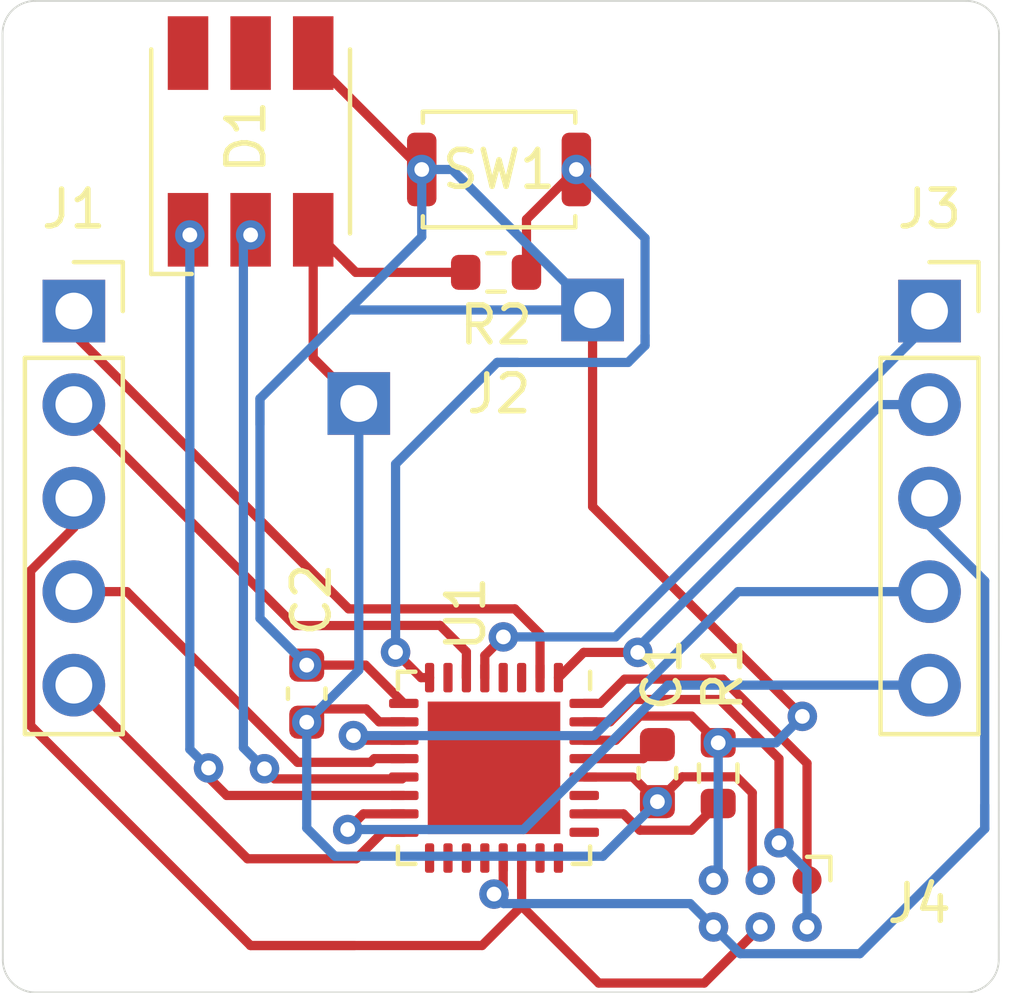
<source format=kicad_pcb>
(kicad_pcb (version 20210228) (generator pcbnew)
  (layers (0 "F.Cu" signal) (31 "B.Cu" signal) (34 "B.Paste" user) (35 "F.Paste" user) (36 "B.SilkS" user "B.Silkscreen") (37 "F.SilkS" user "F.Silkscreen") (38 "B.Mask" user) (39 "F.Mask" user) (44 "Edge.Cuts" user))
  (net 0 "")
  (net 1 "GND")
  (net 2 "Net-(C1-Pad1)")
  (net 3 "+3V3")
  (net 4 "Net-(D1-Pad2)")
  (net 5 "Net-(D1-Pad1)")
  (net 6 "/I5")
  (net 7 "/I4")
  (net 8 "/I3")
  (net 9 "/I2")
  (net 10 "/I1")
  (net 11 "/O5")
  (net 12 "/O4")
  (net 13 "/O3")
  (net 14 "/O2")
  (net 15 "/O1")
  (net 16 "/SWC")
  (net 17 "/SWD")
  (net 18 "/RESET")
  (net 19 "/Mode_SW")
  (footprint "LED_SMD:LED_RGB_5050-6" (layer "F.Cu") (at 98.806 59.944 90)
    (fp_text reference "D1" (at 0.127 -0.127 270) (layer "F.SilkS"))
    (fp_text value "APA102")
    (fp_line (start -3.6 -2.7) (end 2.5 -2.7) (layer "F.SilkS") (width 0.12))
    (fp_line (start 2.5 2.7) (end -2.5 2.7) (layer "F.SilkS") (width 0.12))
    (fp_line (start -3.6 -1.6) (end -3.6 -2.7) (layer "F.SilkS") (width 0.12))
    (pad "1" smd rect (at -2.4 -1.7 180) (size 1.1 2) (layers "F.Cu" "F.Paste" "F.Mask") (net 5 "Net-(D1-Pad1)"))
    (pad "2" smd rect (at -2.4 0 180) (size 1.1 2) (layers "F.Cu" "F.Paste" "F.Mask") (net 4 "Net-(D1-Pad2)"))
    (pad "3" smd rect (at -2.4 1.7 180) (size 1.1 2) (layers "F.Cu" "F.Paste" "F.Mask") (net 1 "GND"))
    (pad "4" smd rect (at 2.4 1.7 180) (size 1.1 2) (layers "F.Cu" "F.Paste" "F.Mask") (net 3 "+3V3"))
    (pad "5" smd rect (at 2.4 0 180) (size 1.1 2) (layers "F.Cu" "F.Paste" "F.Mask"))
    (pad "6" smd rect (at 2.4 -1.7 180) (size 1.1 2) (layers "F.Cu" "F.Paste" "F.Mask"))
  )
  (footprint "Connector:Tag-Connect_TC2030-IDC-NL_2x03_P1.27mm_Vertical" (layer "F.Cu") (at 112.649 80.645 180)
    (fp_text reference "J4" (at -4.318 0) (layer "F.SilkS"))
    (fp_text value "Prog")
    (fp_line (start -1.905 1.27) (end -1.905 0.635) (layer "F.SilkS") (width 0.12))
    (fp_line (start -1.27 1.27) (end -1.905 1.27) (layer "F.SilkS") (width 0.12))
    (pad "" np_thru_hole circle (at 2.54 1.016 180) (size 0.9906 0.9906) (drill 0.9906) (layers *.Cu *.Mask))
    (pad "" np_thru_hole circle (at -2.54 0 180) (size 0.9906 0.9906) (drill 0.9906) (layers *.Cu *.Mask))
    (pad "" np_thru_hole circle (at 2.54 -1.016 180) (size 0.9906 0.9906) (drill 0.9906) (layers *.Cu *.Mask))
    (pad "1" connect circle (at -1.27 0.635 180) (size 0.7874 0.7874) (layers "F.Cu" "F.Mask") (net 17 "/SWD"))
    (pad "2" connect circle (at -1.27 -0.635 180) (size 0.7874 0.7874) (layers "F.Cu" "F.Mask") (net 16 "/SWC"))
    (pad "3" connect circle (at 0 0.635 180) (size 0.7874 0.7874) (layers "F.Cu" "F.Mask") (net 1 "GND"))
    (pad "4" connect circle (at 0 -0.635 180) (size 0.7874 0.7874) (layers "F.Cu" "F.Mask") (net 8 "/I3"))
    (pad "5" connect circle (at 1.27 0.635 180) (size 0.7874 0.7874) (layers "F.Cu" "F.Mask") (net 3 "+3V3"))
    (pad "6" connect circle (at 1.27 -0.635 180) (size 0.7874 0.7874) (layers "F.Cu" "F.Mask") (net 13 "/O3"))
  )
  (footprint "Connector_PinSocket_2.54mm:PinSocket_1x05_P2.54mm_Vertical" (layer "F.Cu") (at 117.246 64.552)
    (fp_text reference "J3" (at 0 -2.77) (layer "F.SilkS"))
    (fp_text value "Output")
    (fp_line (start -1.33 1.27) (end 1.33 1.27) (layer "F.SilkS") (width 0.12))
    (fp_line (start 0 -1.33) (end 1.33 -1.33) (layer "F.SilkS") (width 0.12))
    (fp_line (start 1.33 -1.33) (end 1.33 0) (layer "F.SilkS") (width 0.12))
    (fp_line (start -1.33 1.27) (end -1.33 11.49) (layer "F.SilkS") (width 0.12))
    (fp_line (start 1.33 1.27) (end 1.33 11.49) (layer "F.SilkS") (width 0.12))
    (fp_line (start -1.33 11.49) (end 1.33 11.49) (layer "F.SilkS") (width 0.12))
    (pad "1" thru_hole rect (at 0 0) (size 1.7 1.7) (drill 1) (layers *.Cu *.Mask) (net 15 "/O1"))
    (pad "2" thru_hole oval (at 0 2.54) (size 1.7 1.7) (drill 1) (layers *.Cu *.Mask) (net 14 "/O2"))
    (pad "3" thru_hole oval (at 0 5.08) (size 1.7 1.7) (drill 1) (layers *.Cu *.Mask) (net 13 "/O3"))
    (pad "4" thru_hole oval (at 0 7.62) (size 1.7 1.7) (drill 1) (layers *.Cu *.Mask) (net 12 "/O4"))
    (pad "5" thru_hole oval (at 0 10.16) (size 1.7 1.7) (drill 1) (layers *.Cu *.Mask) (net 11 "/O5"))
  )
  (footprint "Capacitor_SMD:C_0603_1608Metric" (layer "F.Cu") (at 109.855 77.102 -90)
    (fp_text reference "C1" (at -2.68 -0.127 90) (layer "F.SilkS"))
    (fp_text value "1uF")
    (fp_line (start -0.14058 0.51) (end 0.14058 0.51) (layer "F.SilkS") (width 0.12))
    (fp_line (start -0.14058 -0.51) (end 0.14058 -0.51) (layer "F.SilkS") (width 0.12))
    (pad "1" smd roundrect (at -0.775 0 270) (size 0.9 0.95) (layers "F.Cu" "F.Paste" "F.Mask") (net 2 "Net-(C1-Pad1)"))
    (pad "2" smd roundrect (at 0.775 0 270) (size 0.9 0.95) (layers "F.Cu" "F.Paste" "F.Mask") (net 1 "GND"))
  )
  (footprint "Button_Switch_SMD:SW_Push_SPST_NO_Alps_SKRK" (layer "F.Cu") (at 105.554 60.706)
    (fp_text reference "SW1" (at 0 0) (layer "F.SilkS"))
    (fp_text value "Mode")
    (fp_line (start -2.07 -1.57) (end 2.07 -1.57) (layer "F.SilkS") (width 0.12))
    (fp_line (start 2.07 1.57) (end -2.07 1.57) (layer "F.SilkS") (width 0.12))
    (fp_line (start -2.07 1.57) (end -2.07 1.27) (layer "F.SilkS") (width 0.12))
    (fp_line (start 2.07 -1.57) (end 2.07 -1.27) (layer "F.SilkS") (width 0.12))
    (fp_line (start 2.07 1.27) (end 2.07 1.57) (layer "F.SilkS") (width 0.12))
    (fp_line (start -2.07 -1.27) (end -2.07 -1.57) (layer "F.SilkS") (width 0.12))
    (pad "1" smd roundrect (at -2.1 0) (size 0.8 2) (layers "F.Cu" "F.Paste" "F.Mask") (net 3 "+3V3"))
    (pad "2" smd roundrect (at 2.1 0) (size 0.8 2) (layers "F.Cu" "F.Paste" "F.Mask") (net 19 "/Mode_SW"))
  )
  (footprint "Resistor_SMD:R_0603_1608Metric" (layer "F.Cu") (at 111.506 77.102 -90)
    (fp_text reference "R1" (at -2.68 -0.127 90) (layer "F.SilkS"))
    (fp_text value "10k")
    (fp_line (start -0.237258 0.5225) (end 0.237258 0.5225) (layer "F.SilkS") (width 0.12))
    (fp_line (start -0.237258 -0.5225) (end 0.237258 -0.5225) (layer "F.SilkS") (width 0.12))
    (pad "1" smd roundrect (at -0.825 0 270) (size 0.8 0.95) (layers "F.Cu" "F.Paste" "F.Mask") (net 3 "+3V3"))
    (pad "2" smd roundrect (at 0.825 0 270) (size 0.8 0.95) (layers "F.Cu" "F.Paste" "F.Mask") (net 18 "/RESET"))
  )
  (footprint "Capacitor_SMD:C_0603_1608Metric" (layer "F.Cu") (at 100.33 74.943 90)
    (fp_text reference "C2" (at 2.553 0.127 90) (layer "F.SilkS"))
    (fp_text value "10uF")
    (fp_line (start -0.14058 0.51) (end 0.14058 0.51) (layer "F.SilkS") (width 0.12))
    (fp_line (start -0.14058 -0.51) (end 0.14058 -0.51) (layer "F.SilkS") (width 0.12))
    (pad "1" smd roundrect (at -0.775 0 90) (size 0.9 0.95) (layers "F.Cu" "F.Paste" "F.Mask") (net 1 "GND"))
    (pad "2" smd roundrect (at 0.775 0 90) (size 0.9 0.95) (layers "F.Cu" "F.Paste" "F.Mask") (net 3 "+3V3"))
  )
  (footprint "Package_DFN_QFN:QFN-32-1EP_5x5mm_P0.5mm_EP3.6x3.6mm" (layer "F.Cu") (at 105.417 76.958 -90)
    (fp_text reference "U1" (at -4.187 0.769 90) (layer "F.SilkS"))
    (fp_text value "ATSAMD21E18A-M")
    (fp_line (start 2.135 2.61) (end 2.61 2.61) (layer "F.SilkS") (width 0.12))
    (fp_line (start -2.61 2.61) (end -2.61 2.135) (layer "F.SilkS") (width 0.12))
    (fp_line (start 2.135 -2.61) (end 2.61 -2.61) (layer "F.SilkS") (width 0.12))
    (fp_line (start 2.61 -2.61) (end 2.61 -2.135) (layer "F.SilkS") (width 0.12))
    (fp_line (start -2.135 2.61) (end -2.61 2.61) (layer "F.SilkS") (width 0.12))
    (fp_line (start 2.61 2.61) (end 2.61 2.135) (layer "F.SilkS") (width 0.12))
    (fp_line (start -2.135 -2.61) (end -2.61 -2.61) (layer "F.SilkS") (width 0.12))
    (pad "1" smd roundrect (at -2.45 -1.75 270) (size 0.8 0.25) (layers "F.Cu" "F.Paste" "F.Mask") (net 14 "/O2"))
    (pad "2" smd roundrect (at -2.45 -1.25 270) (size 0.8 0.25) (layers "F.Cu" "F.Paste" "F.Mask") (net 10 "/I1"))
    (pad "3" smd roundrect (at -2.45 -0.75 270) (size 0.8 0.25) (layers "F.Cu" "F.Paste" "F.Mask"))
    (pad "4" smd roundrect (at -2.45 -0.25 270) (size 0.8 0.25) (layers "F.Cu" "F.Paste" "F.Mask"))
    (pad "5" smd roundrect (at -2.45 0.25 270) (size 0.8 0.25) (layers "F.Cu" "F.Paste" "F.Mask") (net 15 "/O1"))
    (pad "6" smd roundrect (at -2.45 0.75 270) (size 0.8 0.25) (layers "F.Cu" "F.Paste" "F.Mask") (net 9 "/I2"))
    (pad "7" smd roundrect (at -2.45 1.25 270) (size 0.8 0.25) (layers "F.Cu" "F.Paste" "F.Mask"))
    (pad "8" smd roundrect (at -2.45 1.75 270) (size 0.8 0.25) (layers "F.Cu" "F.Paste" "F.Mask") (net 19 "/Mode_SW"))
    (pad "9" smd roundrect (at -1.75 2.45 270) (size 0.25 0.8) (layers "F.Cu" "F.Paste" "F.Mask") (net 3 "+3V3"))
    (pad "10" smd roundrect (at -1.25 2.45 270) (size 0.25 0.8) (layers "F.Cu" "F.Paste" "F.Mask") (net 1 "GND"))
    (pad "11" smd roundrect (at -0.75 2.45 270) (size 0.25 0.8) (layers "F.Cu" "F.Paste" "F.Mask") (net 12 "/O4"))
    (pad "12" smd roundrect (at -0.25 2.45 270) (size 0.25 0.8) (layers "F.Cu" "F.Paste" "F.Mask") (net 7 "/I4"))
    (pad "13" smd roundrect (at 0.25 2.45 270) (size 0.25 0.8) (layers "F.Cu" "F.Paste" "F.Mask") (net 4 "Net-(D1-Pad2)"))
    (pad "14" smd roundrect (at 0.75 2.45 270) (size 0.25 0.8) (layers "F.Cu" "F.Paste" "F.Mask") (net 5 "Net-(D1-Pad1)"))
    (pad "15" smd roundrect (at 1.25 2.45 270) (size 0.25 0.8) (layers "F.Cu" "F.Paste" "F.Mask") (net 11 "/O5"))
    (pad "16" smd roundrect (at 1.75 2.45 270) (size 0.25 0.8) (layers "F.Cu" "F.Paste" "F.Mask") (net 6 "/I5"))
    (pad "17" smd roundrect (at 2.45 1.75 270) (size 0.8 0.25) (layers "F.Cu" "F.Paste" "F.Mask"))
    (pad "18" smd roundrect (at 2.45 1.25 270) (size 0.8 0.25) (layers "F.Cu" "F.Paste" "F.Mask"))
    (pad "19" smd roundrect (at 2.45 0.75 270) (size 0.8 0.25) (layers "F.Cu" "F.Paste" "F.Mask"))
    (pad "20" smd roundrect (at 2.45 0.25 270) (size 0.8 0.25) (layers "F.Cu" "F.Paste" "F.Mask"))
    (pad "21" smd roundrect (at 2.45 -0.25 270) (size 0.8 0.25) (layers "F.Cu" "F.Paste" "F.Mask") (net 13 "/O3"))
    (pad "22" smd roundrect (at 2.45 -0.75 270) (size 0.8 0.25) (layers "F.Cu" "F.Paste" "F.Mask") (net 8 "/I3"))
    (pad "23" smd roundrect (at 2.45 -1.25 270) (size 0.8 0.25) (layers "F.Cu" "F.Paste" "F.Mask"))
    (pad "24" smd roundrect (at 2.45 -1.75 270) (size 0.8 0.25) (layers "F.Cu" "F.Paste" "F.Mask"))
    (pad "25" smd roundrect (at 1.75 -2.45 270) (size 0.25 0.8) (layers "F.Cu" "F.Paste" "F.Mask"))
    (pad "26" smd roundrect (at 1.25 -2.45 270) (size 0.25 0.8) (layers "F.Cu" "F.Paste" "F.Mask") (net 18 "/RESET"))
    (pad "27" smd roundrect (at 0.75 -2.45 270) (size 0.25 0.8) (layers "F.Cu" "F.Paste" "F.Mask"))
    (pad "28" smd roundrect (at 0.25 -2.45 270) (size 0.25 0.8) (layers "F.Cu" "F.Paste" "F.Mask") (net 1 "GND"))
    (pad "29" smd roundrect (at -0.25 -2.45 270) (size 0.25 0.8) (layers "F.Cu" "F.Paste" "F.Mask") (net 2 "Net-(C1-Pad1)"))
    (pad "30" smd roundrect (at -0.75 -2.45 270) (size 0.25 0.8) (layers "F.Cu" "F.Paste" "F.Mask") (net 3 "+3V3"))
    (pad "31" smd roundrect (at -1.25 -2.45 270) (size 0.25 0.8) (layers "F.Cu" "F.Paste" "F.Mask") (net 16 "/SWC"))
    (pad "32" smd roundrect (at -1.75 -2.45 270) (size 0.25 0.8) (layers "F.Cu" "F.Paste" "F.Mask") (net 17 "/SWD"))
    (pad "33" smd rect (at 0 0 270) (size 3.6 3.6) (layers "F.Cu" "F.Mask"))
  )
  (footprint "InvertedSwitch:Cherry_MX_PCB_Form" (layer "F.Cu") (at 108.094 64.522)
    (fp_text reference "J2" (at -2.54 2.28) (layer "F.SilkS"))
    (fp_text value "Power")
    (pad "" np_thru_hole circle (at -7.62 5.08) (size 1.7 1.7) (drill 1.7) (layers *.Cu *.Mask))
    (pad "" np_thru_hole circle (at 2.54 5.08) (size 1.7 1.7) (drill 1.7) (layers *.Cu *.Mask))
    (pad "" np_thru_hole circle (at -2.54 5.08) (size 4 4) (drill 4) (layers *.Cu *.Mask))
    (pad "1" thru_hole rect (at 0 0) (size 1.7 1.7) (drill 1) (layers *.Cu *.Mask) (net 3 "+3V3"))
    (pad "2" thru_hole rect (at -6.35 2.54) (size 1.7 1.7) (drill 1) (layers *.Cu *.Mask) (net 1 "GND"))
  )
  (footprint "Connector_PinSocket_2.54mm:PinSocket_1x05_P2.54mm_Vertical" (layer "F.Cu") (at 94.005 64.552)
    (fp_text reference "J1" (at 0 -2.77) (layer "F.SilkS"))
    (fp_text value "Input")
    (fp_line (start -1.33 1.27) (end 1.33 1.27) (layer "F.SilkS") (width 0.12))
    (fp_line (start 1.33 -1.33) (end 1.33 0) (layer "F.SilkS") (width 0.12))
    (fp_line (start -1.33 1.27) (end -1.33 11.49) (layer "F.SilkS") (width 0.12))
    (fp_line (start 0 -1.33) (end 1.33 -1.33) (layer "F.SilkS") (width 0.12))
    (fp_line (start 1.33 1.27) (end 1.33 11.49) (layer "F.SilkS") (width 0.12))
    (fp_line (start -1.33 11.49) (end 1.33 11.49) (layer "F.SilkS") (width 0.12))
    (pad "1" thru_hole rect (at 0 0) (size 1.7 1.7) (drill 1) (layers *.Cu *.Mask) (net 10 "/I1"))
    (pad "2" thru_hole oval (at 0 2.54) (size 1.7 1.7) (drill 1) (layers *.Cu *.Mask) (net 9 "/I2"))
    (pad "3" thru_hole oval (at 0 5.08) (size 1.7 1.7) (drill 1) (layers *.Cu *.Mask) (net 8 "/I3"))
    (pad "4" thru_hole oval (at 0 7.62) (size 1.7 1.7) (drill 1) (layers *.Cu *.Mask) (net 7 "/I4"))
    (pad "5" thru_hole oval (at 0 10.16) (size 1.7 1.7) (drill 1) (layers *.Cu *.Mask) (net 6 "/I5"))
  )
  (footprint "Resistor_SMD:R_0603_1608Metric" (layer "F.Cu") (at 105.473 63.5 180)
    (fp_text reference "R2" (at 0 -1.43) (layer "F.SilkS"))
    (fp_text value "10k")
    (fp_line (start -0.237258 0.5225) (end 0.237258 0.5225) (layer "F.SilkS") (width 0.12))
    (fp_line (start -0.237258 -0.5225) (end 0.237258 -0.5225) (layer "F.SilkS") (width 0.12))
    (pad "1" smd roundrect (at -0.825 0 180) (size 0.8 0.95) (layers "F.Cu" "F.Paste" "F.Mask") (net 19 "/Mode_SW"))
    (pad "2" smd roundrect (at 0.825 0 180) (size 0.8 0.95) (layers "F.Cu" "F.Paste" "F.Mask") (net 1 "GND"))
  )
  (gr_line (start 119.126 82.169) (end 119.132382 57.016618) (layer "Edge.Cuts") (width 0.05))
  (gr_arc (start 118.243382 57.016618) (end 119.132382 57.016618) (angle -90) (layer "Edge.Cuts") (width 0.05))
  (gr_line (start 118.237 83.058) (end 92.964 83.058) (layer "Edge.Cuts") (width 0.05))
  (gr_line (start 92.075 82.169) (end 92.068618 57.016618) (layer "Edge.Cuts") (width 0.05))
  (gr_arc (start 92.957618 57.016618) (end 92.957618 56.127618) (angle -90) (layer "Edge.Cuts") (width 0.05))
  (gr_line (start 118.243382 56.127618) (end 92.957618 56.127618) (layer "Edge.Cuts") (width 0.05))
  (gr_arc (start 118.237 82.169) (end 118.237 83.058) (angle -90) (layer "Edge.Cuts") (width 0.05))
  (gr_arc (start 92.964 82.169) (end 92.075 82.169) (angle -90) (layer "Edge.Cuts") (width 0.05))
  (segment (start 100.690033 75.357967) (end 100.33 75.718) (width 0.25) (layer "F.Cu") (net 1))
  (segment (start 109.855 77.877) (end 110.53002 77.20198) (width 0.25) (layer "F.Cu") (net 1))
  (segment (start 112.431989 77.635499) (end 112.431989 79.792989) (width 0.25) (layer "F.Cu") (net 1))
  (segment (start 112.431989 79.792989) (end 112.649 80.01) (width 0.25) (layer "F.Cu") (net 1))
  (segment (start 109.186 77.208) (end 109.855 77.877) (width 0.25) (layer "F.Cu") (net 1))
  (segment (start 100.506 62.344) (end 100.506 65.824) (width 0.25) (layer "F.Cu") (net 1))
  (segment (start 102.967 75.708) (end 102.296114 75.708) (width 0.25) (layer "F.Cu") (net 1))
  (segment (start 101.946081 75.357967) (end 100.690033 75.357967) (width 0.25) (layer "F.Cu") (net 1))
  (segment (start 104.648 63.5) (end 101.662 63.5) (width 0.25) (layer "F.Cu") (net 1))
  (segment (start 101.662 63.5) (end 100.506 62.344) (width 0.25) (layer "F.Cu") (net 1))
  (segment (start 111.99847 77.20198) (end 112.431989 77.635499) (width 0.25) (layer "F.Cu") (net 1))
  (segment (start 110.53002 77.20198) (end 111.99847 77.20198) (width 0.25) (layer "F.Cu") (net 1))
  (segment (start 100.506 65.824) (end 101.744 67.062) (width 0.25) (layer "F.Cu") (net 1))
  (segment (start 107.867 77.208) (end 109.186 77.208) (width 0.25) (layer "F.Cu") (net 1))
  (segment (start 101.662 63.5) (end 101.408 63.246) (width 0.25) (layer "F.Cu") (net 1))
  (segment (start 102.296114 75.708) (end 101.946081 75.357967) (width 0.25) (layer "F.Cu") (net 1))
  (via (at 109.855 77.877) (size 0.8) (drill 0.4) (layers "F.Cu" "B.Cu") (net 1))
  (via (at 100.33 75.718) (size 0.8) (drill 0.4) (layers "F.Cu" "B.Cu") (net 1))
  (via (at 112.649 80.01) (size 0.8) (drill 0.4) (layers "F.Cu" "B.Cu") (net 1))
  (segment (start 100.33 75.718) (end 100.33 78.593676) (width 0.25) (layer "B.Cu") (net 1))
  (segment (start 101.095005 79.358681) (end 108.373319 79.358681) (width 0.25) (layer "B.Cu") (net 1))
  (segment (start 101.744 67.062) (end 101.744 74.304) (width 0.25) (layer "B.Cu") (net 1))
  (segment (start 108.373319 79.358681) (end 109.855 77.877) (width 0.25) (layer "B.Cu") (net 1))
  (segment (start 100.33 78.593676) (end 101.095005 79.358681) (width 0.25) (layer "B.Cu") (net 1))
  (segment (start 101.744 74.304) (end 100.33 75.718) (width 0.25) (layer "B.Cu") (net 1))
  (segment (start 107.867 76.708) (end 109.474 76.708) (width 0.25) (layer "F.Cu") (net 2))
  (segment (start 109.474 76.708) (end 109.855 76.327) (width 0.25) (layer "F.Cu") (net 2))
  (segment (start 100.506 57.758) (end 100.506 57.544) (width 0.25) (layer "F.Cu") (net 3))
  (segment (start 108.094 64.522) (end 108.094 69.862031) (width 0.25) (layer "F.Cu") (net 3))
  (segment (start 110.78098 75.55198) (end 109.377174 75.55198) (width 0.25) (layer "F.Cu") (net 3))
  (segment (start 101.927 74.168) (end 100.33 74.168) (width 0.25) (layer "F.Cu") (net 3))
  (segment (start 108.721154 76.208) (end 107.867 76.208) (width 0.25) (layer "F.Cu") (net 3))
  (segment (start 108.094 69.862031) (end 113.792 75.560031) (width 0.25) (layer "F.Cu") (net 3))
  (segment (start 102.967 75.208) (end 101.927 74.168) (width 0.25) (layer "F.Cu") (net 3))
  (segment (start 109.377174 75.55198) (end 108.721154 76.208) (width 0.25) (layer "F.Cu") (net 3))
  (segment (start 103.454 60.706) (end 100.506 57.758) (width 0.25) (layer "F.Cu") (net 3))
  (segment (start 111.506 76.277) (end 110.78098 75.55198) (width 0.25) (layer "F.Cu") (net 3))
  (via (at 111.379 80.01) (size 0.8) (drill 0.4) (layers "F.Cu" "B.Cu") (net 3))
  (via (at 103.454 60.706) (size 0.8) (drill 0.4) (layers "F.Cu" "B.Cu") (net 3))
  (via (at 100.33 74.168) (size 0.8) (drill 0.4) (layers "F.Cu" "B.Cu") (net 3))
  (via (at 113.792 75.560031) (size 0.8) (drill 0.4) (layers "F.Cu" "B.Cu") (net 3))
  (via (at 111.506 76.277) (size 0.8) (drill 0.4) (layers "F.Cu" "B.Cu") (net 3))
  (segment (start 111.506 76.277) (end 111.506 79.883) (width 0.25) (layer "B.Cu") (net 3))
  (segment (start 99.06 66.929) (end 99.06 72.898) (width 0.25) (layer "B.Cu") (net 3))
  (segment (start 113.792 75.560031) (end 113.075031 76.277) (width 0.25) (layer "B.Cu") (net 3))
  (segment (start 108.094 64.522) (end 101.479 64.522) (width 0.25) (layer "B.Cu") (net 3))
  (segment (start 103.454 60.706) (end 103.454 62.535) (width 0.25) (layer "B.Cu") (net 3))
  (segment (start 99.06 72.898) (end 100.33 74.168) (width 0.25) (layer "B.Cu") (net 3))
  (segment (start 108.094 64.522) (end 104.278 60.706) (width 0.25) (layer "B.Cu") (net 3))
  (segment (start 104.278 60.706) (end 103.454 60.706) (width 0.25) (layer "B.Cu") (net 3))
  (segment (start 111.506 79.883) (end 111.379 80.01) (width 0.25) (layer "B.Cu") (net 3))
  (segment (start 101.479 64.522) (end 101.473 64.516) (width 0.25) (layer "B.Cu") (net 3))
  (segment (start 103.454 62.535) (end 101.473 64.516) (width 0.25) (layer "B.Cu") (net 3))
  (segment (start 101.473 64.516) (end 99.06 66.929) (width 0.25) (layer "B.Cu") (net 3))
  (segment (start 99.06 66.929) (end 99.06 67.636983) (width 0.25) (layer "B.Cu") (net 3))
  (segment (start 113.075031 76.277) (end 111.506 76.277) (width 0.25) (layer "B.Cu") (net 3))
  (segment (start 102.917011 77.257989) (end 99.457583 77.257989) (width 0.25) (layer "F.Cu") (net 4))
  (segment (start 98.806 62.344) (end 98.806 62.484) (width 0.25) (layer "F.Cu") (net 4))
  (segment (start 102.967 77.208) (end 102.917011 77.257989) (width 0.25) (layer "F.Cu") (net 4))
  (segment (start 99.457583 77.257989) (end 99.182584 76.98299) (width 0.25) (layer "F.Cu") (net 4))
  (via (at 98.806 62.484) (size 0.8) (drill 0.4) (layers "F.Cu" "B.Cu") (net 4))
  (via (at 99.182584 76.98299) (size 0.8) (drill 0.4) (layers "F.Cu" "B.Cu") (net 4))
  (segment (start 98.609989 62.680011) (end 98.609989 76.410395) (width 0.25) (layer "B.Cu") (net 4))
  (segment (start 98.806 62.484) (end 98.609989 62.680011) (width 0.25) (layer "B.Cu") (net 4))
  (segment (start 98.609989 76.410395) (end 99.182584 76.98299) (width 0.25) (layer "B.Cu") (net 4))
  (segment (start 97.663 77.216) (end 98.155 77.708) (width 0.25) (layer "F.Cu") (net 5))
  (segment (start 97.106 62.435) (end 97.155 62.484) (width 0.25) (layer "F.Cu") (net 5))
  (segment (start 98.155 77.708) (end 102.967 77.708) (width 0.25) (layer "F.Cu") (net 5))
  (segment (start 97.106 62.344) (end 97.106 62.435) (width 0.25) (layer "F.Cu") (net 5))
  (segment (start 97.663 76.962) (end 97.663 77.216) (width 0.25) (layer "F.Cu") (net 5))
  (via (at 97.155 62.484) (size 0.8) (drill 0.4) (layers "F.Cu" "B.Cu") (net 5))
  (via (at 97.663 76.962) (size 0.8) (drill 0.4) (layers "F.Cu" "B.Cu") (net 5))
  (segment (start 97.155 62.484) (end 97.155 76.454) (width 0.25) (layer "B.Cu") (net 5))
  (segment (start 97.155 76.454) (end 97.663 76.962) (width 0.25) (layer "B.Cu") (net 5))
  (segment (start 102.394 78.708) (end 101.673989 79.428011) (width 0.25) (layer "F.Cu") (net 6))
  (segment (start 102.967 78.708) (end 102.394 78.708) (width 0.25) (layer "F.Cu") (net 6))
  (segment (start 98.721011 79.428011) (end 94.005 74.712) (width 0.25) (layer "F.Cu") (net 6))
  (segment (start 101.673989 79.428011) (end 98.721011 79.428011) (width 0.25) (layer "F.Cu") (net 6))
  (segment (start 102.165002 76.708) (end 102.065024 76.807978) (width 0.25) (layer "F.Cu") (net 7))
  (segment (start 102.065024 76.807978) (end 100.080574 76.807978) (width 0.25) (layer "F.Cu") (net 7))
  (segment (start 95.444596 72.172) (end 94.005 72.172) (width 0.25) (layer "F.Cu") (net 7))
  (segment (start 100.080574 76.807978) (end 95.444596 72.172) (width 0.25) (layer "F.Cu") (net 7))
  (segment (start 102.967 76.708) (end 102.165002 76.708) (width 0.25) (layer "F.Cu") (net 7))
  (segment (start 98.802 81.784) (end 101.634983 81.784) (width 0.25) (layer "F.Cu") (net 8))
  (segment (start 106.167 80.710017) (end 106.167 79.408) (width 0.25) (layer "F.Cu") (net 8))
  (segment (start 94.005 69.632) (end 94.005 70.432983) (width 0.25) (layer "F.Cu") (net 8))
  (segment (start 92.829989 75.811989) (end 98.802 81.784) (width 0.25) (layer "F.Cu") (net 8))
  (segment (start 92.829989 71.607994) (end 92.829989 75.811989) (width 0.25) (layer "F.Cu") (net 8))
  (segment (start 111.125 82.804) (end 108.260983 82.804) (width 0.25) (layer "F.Cu") (net 8))
  (segment (start 112.649 81.28) (end 112.649 81.280011) (width 0.25) (layer "F.Cu") (net 8))
  (segment (start 94.005 70.432983) (end 92.829989 71.607994) (width 0.25) (layer "F.Cu") (net 8))
  (segment (start 105.093017 81.784) (end 106.167 80.710017) (width 0.25) (layer "F.Cu") (net 8))
  (segment (start 98.802 81.784) (end 105.093017 81.784) (width 0.25) (layer "F.Cu") (net 8))
  (segment (start 112.649 81.280011) (end 112.648989 81.280011) (width 0.25) (layer "F.Cu") (net 8))
  (segment (start 108.260983 82.804) (end 106.167 80.710017) (width 0.25) (layer "F.Cu") (net 8))
  (segment (start 112.648989 81.280011) (end 111.125 82.804) (width 0.25) (layer "F.Cu") (net 8))
  (via (at 112.649 81.280011) (size 0.8) (drill 0.4) (layers "F.Cu" "B.Cu") (net 8))
  (segment (start 94.005 67.092) (end 100.007011 73.094011) (width 0.25) (layer "F.Cu") (net 9))
  (segment (start 100.007011 73.094011) (end 101.786401 73.094011) (width 0.25) (layer "F.Cu") (net 9))
  (segment (start 103.95102 73.09002) (end 104.667 73.806) (width 0.25) (layer "F.Cu") (net 9))
  (segment (start 104.667 73.806) (end 104.667 74.508) (width 0.25) (layer "F.Cu") (net 9))
  (segment (start 101.790392 73.09002) (end 103.95102 73.09002) (width 0.25) (layer "F.Cu") (net 9))
  (segment (start 101.786401 73.094011) (end 101.790392 73.09002) (width 0.25) (layer "F.Cu") (net 9))
  (segment (start 104.667 74.508) (end 104.667 74.059964) (width 0.25) (layer "F.Cu") (net 9))
  (segment (start 94.005 65.176) (end 94.005 64.552) (width 0.25) (layer "F.Cu") (net 10))
  (segment (start 101.469 72.64) (end 94.005 65.176) (width 0.25) (layer "F.Cu") (net 10))
  (segment (start 106.667 73.324983) (end 105.982017 72.64) (width 0.25) (layer "F.Cu") (net 10))
  (segment (start 105.982017 72.64) (end 101.469 72.64) (width 0.25) (layer "F.Cu") (net 10))
  (segment (start 106.667 74.508) (end 106.667 73.324983) (width 0.25) (layer "F.Cu") (net 10))
  (segment (start 102.967 78.208) (end 101.868681 78.208) (width 0.25) (layer "F.Cu") (net 11))
  (segment (start 101.868681 78.208) (end 101.443011 78.63367) (width 0.25) (layer "F.Cu") (net 11))
  (via (at 101.443011 78.63367) (size 0.8) (drill 0.4) (layers "F.Cu" "B.Cu") (net 11))
  (segment (start 101.443011 78.63367) (end 106.219063 78.63367) (width 0.25) (layer "B.Cu") (net 11))
  (segment (start 110.140733 74.712) (end 117.246 74.712) (width 0.25) (layer "B.Cu") (net 11))
  (segment (start 106.219063 78.63367) (end 110.140733 74.712) (width 0.25) (layer "B.Cu") (net 11))
  (segment (start 101.723112 76.208) (end 101.59808 76.082968) (width 0.25) (layer "F.Cu") (net 12))
  (segment (start 102.967 76.208) (end 101.723112 76.208) (width 0.25) (layer "F.Cu") (net 12))
  (via (at 101.59808 76.082968) (size 0.8) (drill 0.4) (layers "F.Cu" "B.Cu") (net 12))
  (segment (start 101.6 76.073) (end 101.6 76.081048) (width 0.25) (layer "B.Cu") (net 12))
  (segment (start 108.133353 76.082968) (end 101.59808 76.082968) (width 0.25) (layer "B.Cu") (net 12))
  (segment (start 117.246 72.172) (end 112.044321 72.172) (width 0.25) (layer "B.Cu") (net 12))
  (segment (start 101.6 76.081048) (end 101.59808 76.082968) (width 0.25) (layer "B.Cu") (net 12))
  (segment (start 112.044321 72.172) (end 108.133353 76.082968) (width 0.25) (layer "B.Cu") (net 12))
  (segment (start 105.417 80.387) (end 105.667 80.383) (width 0.25) (layer "F.Cu") (net 13))
  (segment (start 105.667 79.408) (end 105.667 80.137) (width 0.25) (layer "F.Cu") (net 13))
  (segment (start 105.667 80.137) (end 105.417 80.387) (width 0.25) (layer "F.Cu") (net 13))
  (via (at 111.379 81.28) (size 0.8) (drill 0.4) (layers "F.Cu" "B.Cu") (net 13))
  (via (at 105.417 80.387) (size 0.8) (drill 0.4) (layers "F.Cu" "B.Cu") (net 13))
  (segment (start 111.379 81.28) (end 110.744 80.645) (width 0.25) (layer "B.Cu") (net 13))
  (segment (start 118.745 78.613) (end 118.745 71.882) (width 0.25) (layer "B.Cu") (net 13))
  (segment (start 111.379 81.28) (end 112.104022 82.005022) (width 0.25) (layer "B.Cu") (net 13))
  (segment (start 115.352978 82.005022) (end 118.745 78.613) (width 0.25) (layer "B.Cu") (net 13))
  (segment (start 110.744 80.645) (end 105.675 80.645) (width 0.25) (layer "B.Cu") (net 13))
  (segment (start 105.675 80.645) (end 105.417 80.387) (width 0.25) (layer "B.Cu") (net 13))
  (segment (start 118.745 78.613) (end 118.745 77.978) (width 0.25) (layer "B.Cu") (net 13))
  (segment (start 118.745 71.882) (end 117.246 70.383) (width 0.25) (layer "B.Cu") (net 13))
  (segment (start 112.104022 82.005022) (end 115.352978 82.005022) (width 0.25) (layer "B.Cu") (net 13))
  (segment (start 117.246 70.383) (end 117.246 69.632) (width 0.25) (layer "B.Cu") (net 13))
  (segment (start 107.852574 73.822426) (end 109.320893 73.822426) (width 0.25) (layer "F.Cu") (net 14))
  (segment (start 107.167 74.508) (end 107.852574 73.822426) (width 0.25) (layer "F.Cu") (net 14))
  (via (at 109.320893 73.822426) (size 0.8) (drill 0.4) (layers "F.Cu" "B.Cu") (net 14))
  (segment (start 109.320893 73.695428) (end 109.320893 73.822426) (width 0.25) (layer "B.Cu") (net 14))
  (segment (start 115.924321 67.092) (end 109.320893 73.695428) (width 0.25) (layer "B.Cu") (net 14))
  (segment (start 117.246 67.092) (end 115.924321 67.092) (width 0.25) (layer "B.Cu") (net 14))
  (segment (start 105.167 74.508) (end 105.167 73.906) (width 0.25) (layer "F.Cu") (net 15))
  (segment (start 105.167 73.906) (end 105.671 73.402) (width 0.25) (layer "F.Cu") (net 15))
  (via (at 105.671 73.402) (size 0.8) (drill 0.4) (layers "F.Cu" "B.Cu") (net 15))
  (segment (start 105.671 73.402) (end 108.716 73.402) (width 0.25) (layer "B.Cu") (net 15))
  (segment (start 105.671 73.402) (end 105.859 73.402) (width 0.25) (layer "B.Cu") (net 15))
  (segment (start 117.127032 64.552) (end 117.246 64.552) (width 0.25) (layer "B.Cu") (net 15))
  (segment (start 117.246 64.872) (end 117.246 64.552) (width 0.25) (layer "B.Cu") (net 15))
  (segment (start 108.716 73.402) (end 117.246 64.872) (width 0.25) (layer "B.Cu") (net 15))
  (segment (start 113.157 76.71051) (end 111.548459 75.101969) (width 0.25) (layer "F.Cu") (net 16))
  (segment (start 108.569 75.708) (end 107.867 75.708) (width 0.25) (layer "F.Cu") (net 16))
  (segment (start 113.157 78.994) (end 113.157 76.71051) (width 0.25) (layer "F.Cu") (net 16))
  (segment (start 109.175031 75.101969) (end 108.569 75.708) (width 0.25) (layer "F.Cu") (net 16))
  (segment (start 111.548459 75.101969) (end 109.175031 75.101969) (width 0.25) (layer "F.Cu") (net 16))
  (via (at 113.919 81.28) (size 0.8) (drill 0.4) (layers "F.Cu" "B.Cu") (net 16))
  (via (at 113.157 78.994) (size 0.8) (drill 0.4) (layers "F.Cu" "B.Cu") (net 16))
  (segment (start 113.919 79.756) (end 113.157 78.994) (width 0.25) (layer "B.Cu") (net 16))
  (segment (start 113.919 81.28) (end 113.919 79.756) (width 0.25) (layer "B.Cu") (net 16))
  (segment (start 113.919 76.835) (end 111.633 74.549) (width 0.25) (layer "F.Cu") (net 17))
  (segment (start 108.966 74.549) (end 108.307 75.208) (width 0.25) (layer "F.Cu") (net 17))
  (segment (start 108.307 75.208) (end 107.867 75.208) (width 0.25) (layer "F.Cu") (net 17))
  (segment (start 113.919 80.01) (end 113.919 76.835) (width 0.25) (layer "F.Cu") (net 17))
  (segment (start 111.633 74.549) (end 108.966 74.549) (width 0.25) (layer "F.Cu") (net 17))
  (segment (start 108.933154 78.208) (end 107.867 78.208) (width 0.25) (layer "F.Cu") (net 18))
  (segment (start 111.506 77.927) (end 110.78098 78.65202) (width 0.25) (layer "F.Cu") (net 18))
  (segment (start 110.78098 78.65202) (end 109.377174 78.65202) (width 0.25) (layer "F.Cu") (net 18))
  (segment (start 109.377174 78.65202) (end 108.933154 78.208) (width 0.25) (layer "F.Cu") (net 18))
  (segment (start 103.43598 74.508) (end 102.743 73.81502) (width 0.25) (layer "F.Cu") (net 19))
  (segment (start 106.299 63.246) (end 106.299 62.061) (width 0.25) (layer "F.Cu") (net 19))
  (segment (start 103.667 74.508) (end 103.43598 74.508) (width 0.25) (layer "F.Cu") (net 19))
  (segment (start 106.299 62.061) (end 107.654 60.706) (width 0.25) (layer "F.Cu") (net 19))
  (via (at 107.654 60.706) (size 0.8) (drill 0.4) (layers "F.Cu" "B.Cu") (net 19))
  (via (at 102.743 73.81502) (size 0.8) (drill 0.4) (layers "F.Cu" "B.Cu") (net 19))
  (segment (start 102.743 68.707) (end 105.502989 65.947011) (width 0.25) (layer "B.Cu") (net 19))
  (segment (start 109.058989 65.947011) (end 109.519011 65.486989) (width 0.25) (layer "B.Cu") (net 19))
  (segment (start 109.519011 65.486989) (end 109.519011 62.571011) (width 0.25) (layer "B.Cu") (net 19))
  (segment (start 105.502989 65.947011) (end 106.063957 65.947011) (width 0.25) (layer "B.Cu") (net 19))
  (segment (start 109.519011 62.571011) (end 107.654 60.706) (width 0.25) (layer "B.Cu") (net 19))
  (segment (start 102.743 73.81502) (end 102.743 68.707) (width 0.25) (layer "B.Cu") (net 19))
  (segment (start 109.519011 65.486989) (end 109.519011 65.206006) (width 0.25) (layer "B.Cu") (net 19))
  (segment (start 105.502989 65.947011) (end 109.058989 65.947011) (width 0.25) (layer "B.Cu") (net 19))
)
</source>
